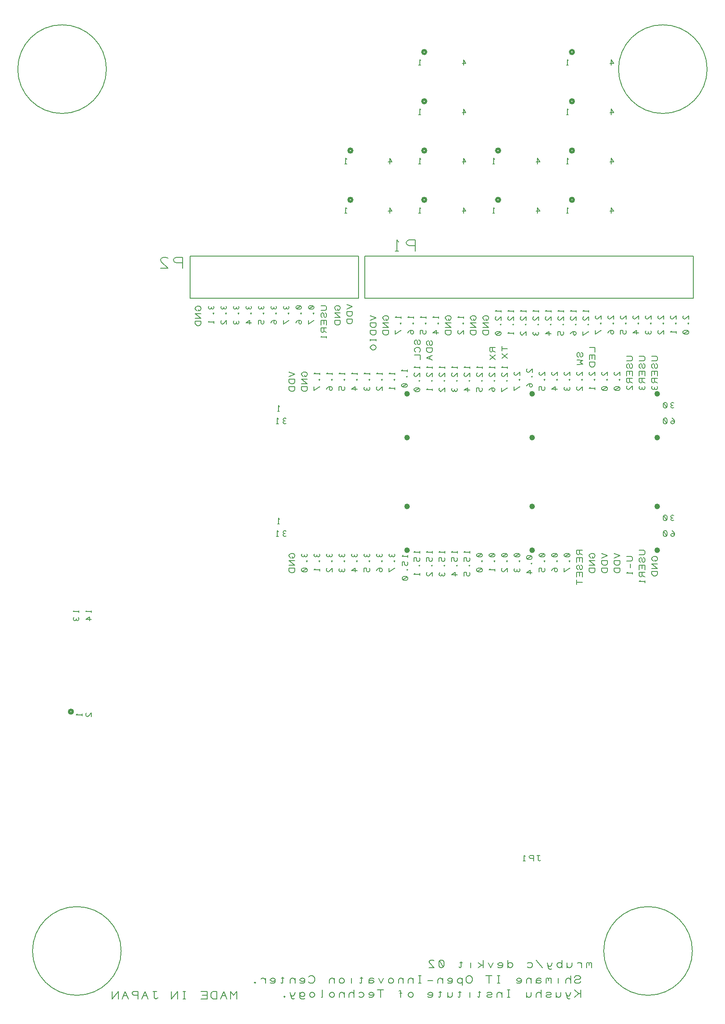
<source format=gbr>
%FSLAX33Y33*%
%MOMM*%
G04 EasyPC Gerber Version 17.0 Build 3379 *
%ADD79C,0.15000*%
%ADD88C,0.20000*%
%ADD89C,0.50000*%
%ADD78C,0.50800*%
X0Y0D02*
D02*
D78*
X12895Y63060D02*
G75*
G03Y62298J-381D01*
G01*
G75*
G03Y63060J381*
G01*
X70030Y166570D02*
G75*
G03X69268I-381D01*
G01*
G75*
G03X70030I381*
G01*
Y176570D02*
G75*
G03X69268I-381D01*
G01*
G75*
G03X70030I381*
G01*
X85030Y166570D02*
G75*
G03X84268I-381D01*
G01*
G75*
G03X85030I381*
G01*
Y176570D02*
G75*
G03X84268I-381D01*
G01*
G75*
G03X85030I381*
G01*
Y186570D02*
G75*
G03X84268I-381D01*
G01*
G75*
G03X85030I381*
G01*
Y196570D02*
G75*
G03X84268I-381D01*
G01*
G75*
G03X85030I381*
G01*
X100030Y166570D02*
G75*
G03X99268I-381D01*
G01*
G75*
G03X100030I381*
G01*
Y176570D02*
G75*
G03X99268I-381D01*
G01*
G75*
G03X100030I381*
G01*
X115030Y166570D02*
G75*
G03X114268I-381D01*
G01*
G75*
G03X115030I381*
G01*
Y176570D02*
G75*
G03X114268I-381D01*
G01*
G75*
G03X115030I381*
G01*
Y186570D02*
G75*
G03X114268I-381D01*
G01*
G75*
G03X115030I381*
G01*
Y196570D02*
G75*
G03X114268I-381D01*
G01*
G75*
G03X115030I381*
G01*
D02*
D79*
X14519Y83193D02*
Y82818D01*
Y83005D02*
X13394D01*
X13581Y83193*
X14425Y81786D02*
X14519Y81599D01*
Y81411*
X14425Y81224*
X14238Y81130*
X14050Y81224*
X13956Y81411*
Y81599*
Y81411D02*
X13863Y81224D01*
X13675Y81130*
X13488Y81224*
X13394Y81411*
Y81599*
X13488Y81786*
X15154Y62238D02*
Y61863D01*
Y62050D02*
X14029D01*
X14216Y62238*
X17059Y61675D02*
Y62425D01*
X16403Y61769*
X16215Y61675*
X16028Y61769*
X15934Y61956*
Y62238*
X16028Y62425*
X17059Y83193D02*
Y82818D01*
Y83005D02*
X15934D01*
X16121Y83193*
X17059Y81411D02*
X15934D01*
X16684Y81880*
Y81130*
X38815Y144319D02*
Y144038D01*
X38909*
X39096Y144131*
X39190Y144225*
X39284Y144413*
Y144600*
X39190Y144788*
X39096Y144881*
X38909Y144975*
X38534*
X38346Y144881*
X38253Y144788*
X38159Y144600*
Y144413*
X38253Y144225*
X38346Y144131*
X38534Y144038*
X39284Y143475D02*
X38159D01*
X39284Y142538*
X38159*
X39284Y141975D02*
X38159D01*
Y141413*
X38253Y141225*
X38346Y141131*
X38534Y141038*
X38909*
X39096Y141131*
X39190Y141225*
X39284Y141413*
Y141975*
X41865Y145006D02*
X41959Y144819D01*
Y144631*
X41865Y144444*
X41678Y144350*
X41490Y144444*
X41396Y144631*
Y144819*
Y144631D02*
X41303Y144444D01*
X41115Y144350*
X40928Y144444*
X40834Y144631*
Y144819*
X40928Y145006*
X41959Y143506D02*
X41865Y143413D01*
X41771Y143506*
X41865Y143600*
X41959Y143506*
Y141913D02*
Y141538D01*
Y141725D02*
X40834D01*
X41021Y141913*
X44405Y145006D02*
X44499Y144819D01*
Y144631*
X44405Y144444*
X44218Y144350*
X44030Y144444*
X43936Y144631*
Y144819*
Y144631D02*
X43843Y144444D01*
X43655Y144350*
X43468Y144444*
X43374Y144631*
Y144819*
X43468Y145006*
X44499Y143506D02*
X44405Y143413D01*
X44311Y143506*
X44405Y143600*
X44499Y143506*
Y141350D02*
Y142100D01*
X43843Y141444*
X43655Y141350*
X43468Y141444*
X43374Y141631*
Y141913*
X43468Y142100*
X46945Y145006D02*
X47039Y144819D01*
Y144631*
X46945Y144444*
X46758Y144350*
X46570Y144444*
X46476Y144631*
Y144819*
Y144631D02*
X46383Y144444D01*
X46195Y144350*
X46008Y144444*
X45914Y144631*
Y144819*
X46008Y145006*
X47039Y143506D02*
X46945Y143413D01*
X46851Y143506*
X46945Y143600*
X47039Y143506*
X46945Y142006D02*
X47039Y141819D01*
Y141631*
X46945Y141444*
X46758Y141350*
X46570Y141444*
X46476Y141631*
Y141819*
Y141631D02*
X46383Y141444D01*
X46195Y141350*
X46008Y141444*
X45914Y141631*
Y141819*
X46008Y142006*
X49485Y145006D02*
X49579Y144819D01*
Y144631*
X49485Y144444*
X49298Y144350*
X49110Y144444*
X49016Y144631*
Y144819*
Y144631D02*
X48923Y144444D01*
X48735Y144350*
X48548Y144444*
X48454Y144631*
Y144819*
X48548Y145006*
X49579Y143506D02*
X49485Y143413D01*
X49391Y143506*
X49485Y143600*
X49579Y143506*
Y141631D02*
X48454D01*
X49204Y142100*
Y141350*
X52025Y145006D02*
X52119Y144819D01*
Y144631*
X52025Y144444*
X51838Y144350*
X51650Y144444*
X51556Y144631*
Y144819*
Y144631D02*
X51463Y144444D01*
X51275Y144350*
X51088Y144444*
X50994Y144631*
Y144819*
X51088Y145006*
X52119Y143506D02*
X52025Y143413D01*
X51931Y143506*
X52025Y143600*
X52119Y143506*
X52025Y142100D02*
X52119Y141913D01*
Y141631*
X52025Y141444*
X51838Y141350*
X51744*
X51556Y141444*
X51463Y141631*
Y142100*
X50994*
Y141350*
X54565Y145006D02*
X54659Y144819D01*
Y144631*
X54565Y144444*
X54378Y144350*
X54190Y144444*
X54096Y144631*
Y144819*
Y144631D02*
X54003Y144444D01*
X53815Y144350*
X53628Y144444*
X53534Y144631*
Y144819*
X53628Y145006*
X54659Y143506D02*
X54565Y143413D01*
X54471Y143506*
X54565Y143600*
X54659Y143506*
X54378Y142100D02*
X54190Y142006D01*
X54096Y141819*
Y141631*
X54190Y141444*
X54378Y141350*
X54565Y141444*
X54659Y141631*
Y141819*
X54565Y142006*
X54378Y142100*
X54096*
X53815Y142006*
X53628Y141819*
X53534Y141631*
X55253Y100806D02*
X54878D01*
X55065D02*
Y101931D01*
X55253Y101744*
Y123666D02*
X54878D01*
X55065D02*
Y124791D01*
X55253Y124604*
X56616Y98360D02*
X56429Y98266D01*
X56241*
X56054Y98360*
X55960Y98548*
X56054Y98735*
X56241Y98829*
X56429*
X56241D02*
X56054Y98923D01*
X55960Y99110*
X56054Y99298*
X56241Y99391*
X56429*
X56616Y99298*
X55023Y98266D02*
X54648D01*
X54835D02*
Y99391D01*
X55023Y99204*
X56616Y121220D02*
X56429Y121126D01*
X56241*
X56054Y121220*
X55960Y121408*
X56054Y121595*
X56241Y121689*
X56429*
X56241D02*
X56054Y121783D01*
X55960Y121970*
X56054Y122158*
X56241Y122251*
X56429*
X56616Y122158*
X55023Y121126D02*
X54648D01*
X54835D02*
Y122251D01*
X55023Y122064*
X57105Y145006D02*
X57199Y144819D01*
Y144631*
X57105Y144444*
X56918Y144350*
X56730Y144444*
X56636Y144631*
Y144819*
Y144631D02*
X56543Y144444D01*
X56355Y144350*
X56168Y144444*
X56074Y144631*
Y144819*
X56168Y145006*
X57199Y143506D02*
X57105Y143413D01*
X57011Y143506*
X57105Y143600*
X57199Y143506*
Y142100D02*
X56074Y141350D01*
Y142100*
X57865Y94154D02*
Y93873D01*
X57959*
X58146Y93966*
X58240Y94060*
X58334Y94248*
Y94435*
X58240Y94623*
X58146Y94716*
X57959Y94810*
X57584*
X57396Y94716*
X57303Y94623*
X57209Y94435*
Y94248*
X57303Y94060*
X57396Y93966*
X57584Y93873*
X58334Y93310D02*
X57209D01*
X58334Y92373*
X57209*
X58334Y91810D02*
X57209D01*
Y91248*
X57303Y91060*
X57396Y90966*
X57584Y90873*
X57959*
X58146Y90966*
X58240Y91060*
X58334Y91248*
Y91810*
X57209Y131640D02*
X58334Y131171D01*
X57209Y130702*
X58334Y130140D02*
X57209D01*
Y129577*
X57303Y129390*
X57396Y129296*
X57584Y129202*
X57959*
X58146Y129296*
X58240Y129390*
X58334Y129577*
Y130140*
Y128640D02*
X57209D01*
Y128077*
X57303Y127890*
X57396Y127796*
X57584Y127703*
X57959*
X58146Y127796*
X58240Y127890*
X58334Y128077*
Y128640*
X59645Y145006D02*
X59739Y144819D01*
Y144631*
X59645Y144444*
X59458Y144350*
X58895*
X58708Y144444*
X58614Y144631*
Y144819*
X58708Y145006*
X58895Y145100*
X59458*
X59645Y145006*
X58708Y144444*
X59739Y143506D02*
X59645Y143413D01*
X59551Y143506*
X59645Y143600*
X59739Y143506*
X59458Y142100D02*
X59270Y142006D01*
X59176Y141819*
Y141631*
X59270Y141444*
X59458Y141350*
X59645Y141444*
X59739Y141631*
Y141819*
X59645Y142006*
X59458Y142100*
X59176*
X58895Y142006*
X58708Y141819*
X58614Y141631*
X60780Y94716D02*
X60874Y94529D01*
Y94341*
X60780Y94154*
X60593Y94060*
X60405Y94154*
X60311Y94341*
Y94529*
Y94341D02*
X60218Y94154D01*
X60030Y94060*
X59843Y94154*
X59749Y94341*
Y94529*
X59843Y94716*
X60874Y93216D02*
X60780Y93123D01*
X60686Y93216*
X60780Y93310*
X60874Y93216*
X60780Y91716D02*
X60874Y91529D01*
Y91341*
X60780Y91154*
X60593Y91060*
X60030*
X59843Y91154*
X59749Y91341*
Y91529*
X59843Y91716*
X60030Y91810*
X60593*
X60780Y91716*
X59843Y91154*
X60405Y130984D02*
Y130702D01*
X60499*
X60686Y130796*
X60780Y130890*
X60874Y131077*
Y131265*
X60780Y131452*
X60686Y131546*
X60499Y131640*
X60124*
X59936Y131546*
X59843Y131452*
X59749Y131265*
Y131077*
X59843Y130890*
X59936Y130796*
X60124Y130702*
X60874Y130140D02*
X59749D01*
X60874Y129202*
X59749*
X60874Y128640D02*
X59749D01*
Y128077*
X59843Y127890*
X59936Y127796*
X60124Y127703*
X60499*
X60686Y127796*
X60780Y127890*
X60874Y128077*
Y128640*
X62185Y145006D02*
X62279Y144819D01*
Y144631*
X62185Y144444*
X61998Y144350*
X61435*
X61248Y144444*
X61154Y144631*
Y144819*
X61248Y145006*
X61435Y145100*
X61998*
X62185Y145006*
X61248Y144444*
X62279Y143506D02*
X62185Y143413D01*
X62091Y143506*
X62185Y143600*
X62279Y143506*
Y142100D02*
X61154Y141350D01*
Y142100*
X63320Y94716D02*
X63414Y94529D01*
Y94341*
X63320Y94154*
X63133Y94060*
X62945Y94154*
X62851Y94341*
Y94529*
Y94341D02*
X62758Y94154D01*
X62570Y94060*
X62383Y94154*
X62289Y94341*
Y94529*
X62383Y94716*
X63414Y93216D02*
X63320Y93123D01*
X63226Y93216*
X63320Y93310*
X63414Y93216*
Y91623D02*
Y91248D01*
Y91435D02*
X62289D01*
X62476Y91623*
X63414Y131452D02*
Y131077D01*
Y131265D02*
X62289D01*
X62476Y131452*
X63414Y130046D02*
X63320Y129952D01*
X63226Y130046*
X63320Y130140*
X63414Y130046*
Y128640D02*
X62289Y127890D01*
Y128640*
X63694Y145100D02*
X64538D01*
X64725Y145006*
X64819Y144819*
Y144444*
X64725Y144256*
X64538Y144163*
X63694*
X64538Y143600D02*
X64725Y143506D01*
X64819Y143319*
Y142944*
X64725Y142756*
X64538Y142663*
X64350Y142756*
X64256Y142944*
Y143319*
X64163Y143506*
X63975Y143600*
X63788Y143506*
X63694Y143319*
Y142944*
X63788Y142756*
X63975Y142663*
X64819Y142100D02*
X63694D01*
Y141163*
X64256Y141350D02*
Y142100D01*
X64819D02*
Y141163D01*
Y140600D02*
X63694D01*
Y139944*
X63788Y139756*
X63975Y139663*
X64163Y139756*
X64256Y139944*
Y140600*
Y139944D02*
X64819Y139663D01*
Y138913D02*
Y138538D01*
Y138725D02*
X63694D01*
X63881Y138913*
X65860Y94716D02*
X65954Y94529D01*
Y94341*
X65860Y94154*
X65673Y94060*
X65485Y94154*
X65391Y94341*
Y94529*
Y94341D02*
X65298Y94154D01*
X65110Y94060*
X64923Y94154*
X64829Y94341*
Y94529*
X64923Y94716*
X65954Y93216D02*
X65860Y93123D01*
X65766Y93216*
X65860Y93310*
X65954Y93216*
Y91060D02*
Y91810D01*
X65298Y91154*
X65110Y91060*
X64923Y91154*
X64829Y91341*
Y91623*
X64923Y91810*
X65954Y131452D02*
Y131077D01*
Y131265D02*
X64829D01*
X65016Y131452*
X65954Y130046D02*
X65860Y129952D01*
X65766Y130046*
X65860Y130140*
X65954Y130046*
X65673Y128640D02*
X65485Y128546D01*
X65391Y128359*
Y128171*
X65485Y127984*
X65673Y127890*
X65860Y127984*
X65954Y128171*
Y128359*
X65860Y128546*
X65673Y128640*
X65391*
X65110Y128546*
X64923Y128359*
X64829Y128171*
X67100Y144444D02*
Y144163D01*
X67194*
X67381Y144256*
X67475Y144350*
X67569Y144538*
Y144725*
X67475Y144913*
X67381Y145006*
X67194Y145100*
X66819*
X66631Y145006*
X66538Y144913*
X66444Y144725*
Y144538*
X66538Y144350*
X66631Y144256*
X66819Y144163*
X67569Y143600D02*
X66444D01*
X67569Y142663*
X66444*
X67569Y142100D02*
X66444D01*
Y141538*
X66538Y141350*
X66631Y141256*
X66819Y141163*
X67194*
X67381Y141256*
X67475Y141350*
X67569Y141538*
Y142100*
X68400Y94716D02*
X68494Y94529D01*
Y94341*
X68400Y94154*
X68213Y94060*
X68025Y94154*
X67931Y94341*
Y94529*
Y94341D02*
X67838Y94154D01*
X67650Y94060*
X67463Y94154*
X67369Y94341*
Y94529*
X67463Y94716*
X68494Y93216D02*
X68400Y93123D01*
X68306Y93216*
X68400Y93310*
X68494Y93216*
X68400Y91716D02*
X68494Y91529D01*
Y91341*
X68400Y91154*
X68213Y91060*
X68025Y91154*
X67931Y91341*
Y91529*
Y91341D02*
X67838Y91154D01*
X67650Y91060*
X67463Y91154*
X67369Y91341*
Y91529*
X67463Y91716*
X68494Y131452D02*
Y131077D01*
Y131265D02*
X67369D01*
X67556Y131452*
X68494Y130046D02*
X68400Y129952D01*
X68306Y130046*
X68400Y130140*
X68494Y130046*
X68400Y128640D02*
X68494Y128452D01*
Y128171*
X68400Y127984*
X68213Y127890*
X68119*
X67931Y127984*
X67838Y128171*
Y128640*
X67369*
Y127890*
X68913Y163881D02*
X68538D01*
X68725D02*
Y165006D01*
X68913Y164819*
Y173881D02*
X68538D01*
X68725D02*
Y175006D01*
X68913Y174819*
X68944Y145350D02*
X70069Y144881D01*
X68944Y144413*
X70069Y143850D02*
X68944D01*
Y143288*
X69038Y143100*
X69131Y143006*
X69319Y142913*
X69694*
X69881Y143006*
X69975Y143100*
X70069Y143288*
Y143850*
Y142350D02*
X68944D01*
Y141788*
X69038Y141600*
X69131Y141506*
X69319Y141413*
X69694*
X69881Y141506*
X69975Y141600*
X70069Y141788*
Y142350*
X70940Y94716D02*
X71034Y94529D01*
Y94341*
X70940Y94154*
X70753Y94060*
X70565Y94154*
X70471Y94341*
Y94529*
Y94341D02*
X70378Y94154D01*
X70190Y94060*
X70003Y94154*
X69909Y94341*
Y94529*
X70003Y94716*
X71034Y93216D02*
X70940Y93123D01*
X70846Y93216*
X70940Y93310*
X71034Y93216*
Y91341D02*
X69909D01*
X70659Y91810*
Y91060*
X71034Y131452D02*
Y131077D01*
Y131265D02*
X69909D01*
X70096Y131452*
X71034Y130046D02*
X70940Y129952D01*
X70846Y130046*
X70940Y130140*
X71034Y130046*
Y128171D02*
X69909D01*
X70659Y128640*
Y127890*
X73480Y94716D02*
X73574Y94529D01*
Y94341*
X73480Y94154*
X73293Y94060*
X73105Y94154*
X73011Y94341*
Y94529*
Y94341D02*
X72918Y94154D01*
X72730Y94060*
X72543Y94154*
X72449Y94341*
Y94529*
X72543Y94716*
X73574Y93216D02*
X73480Y93123D01*
X73386Y93216*
X73480Y93310*
X73574Y93216*
X73480Y91810D02*
X73574Y91623D01*
Y91341*
X73480Y91154*
X73293Y91060*
X73199*
X73011Y91154*
X72918Y91341*
Y91810*
X72449*
Y91060*
X73574Y131452D02*
Y131077D01*
Y131265D02*
X72449D01*
X72636Y131452*
X73574Y130046D02*
X73480Y129952D01*
X73386Y130046*
X73480Y130140*
X73574Y130046*
X73480Y128546D02*
X73574Y128359D01*
Y128171*
X73480Y127984*
X73293Y127890*
X73105Y127984*
X73011Y128171*
Y128359*
Y128171D02*
X72918Y127984D01*
X72730Y127890*
X72543Y127984*
X72449Y128171*
Y128359*
X72543Y128546*
X73719Y143070D02*
X74844Y142601D01*
X73719Y142132*
X74844Y141570D02*
X73719D01*
Y141007*
X73813Y140820*
X73906Y140726*
X74094Y140632*
X74469*
X74656Y140726*
X74750Y140820*
X74844Y141007*
Y141570*
Y140070D02*
X73719D01*
Y139507*
X73813Y139320*
X73906Y139226*
X74094Y139132*
X74469*
X74656Y139226*
X74750Y139320*
X74844Y139507*
Y140070*
Y138289D02*
Y137914D01*
Y138101D02*
X73719D01*
Y138289D02*
Y137914D01*
X74469Y137070D02*
X74094D01*
X73906Y136976*
X73813Y136882*
X73719Y136695*
Y136507*
X73813Y136320*
X73906Y136226*
X74094Y136132*
X74469*
X74656Y136226*
X74750Y136320*
X74844Y136507*
Y136695*
X74750Y136882*
X74656Y136976*
X74469Y137070*
X76020Y94716D02*
X76114Y94529D01*
Y94341*
X76020Y94154*
X75832Y94060*
X75645Y94154*
X75551Y94341*
Y94529*
Y94341D02*
X75457Y94154D01*
X75270Y94060*
X75082Y94154*
X74989Y94341*
Y94529*
X75082Y94716*
X76114Y93216D02*
X76020Y93123D01*
X75926Y93216*
X76020Y93310*
X76114Y93216*
X75832Y91810D02*
X75645Y91716D01*
X75551Y91529*
Y91341*
X75645Y91154*
X75832Y91060*
X76020Y91154*
X76114Y91341*
Y91529*
X76020Y91716*
X75832Y91810*
X75551*
X75270Y91716*
X75082Y91529*
X74989Y91341*
X76114Y131452D02*
Y131077D01*
Y131265D02*
X74989D01*
X75176Y131452*
X76114Y130046D02*
X76020Y129952D01*
X75926Y130046*
X76020Y130140*
X76114Y130046*
Y127890D02*
Y128640D01*
X75457Y127984*
X75270Y127890*
X75082Y127984*
X74989Y128171*
Y128452*
X75082Y128640*
X76915Y142414D02*
Y142132D01*
X77009*
X77196Y142226*
X77290Y142320*
X77384Y142507*
Y142695*
X77290Y142882*
X77196Y142976*
X77009Y143070*
X76634*
X76446Y142976*
X76353Y142882*
X76259Y142695*
Y142507*
X76353Y142320*
X76446Y142226*
X76634Y142132*
X77384Y141570D02*
X76259D01*
X77384Y140632*
X76259*
X77384Y140070D02*
X76259D01*
Y139507*
X76353Y139320*
X76446Y139226*
X76634Y139132*
X77009*
X77196Y139226*
X77290Y139320*
X77384Y139507*
Y140070*
X77631Y163881D02*
Y165006D01*
X78100Y164256*
X77350*
X77631Y173881D02*
Y175006D01*
X78100Y174256*
X77350*
X78560Y94716D02*
X78654Y94529D01*
Y94341*
X78560Y94154*
X78373Y94060*
X78185Y94154*
X78091Y94341*
Y94529*
Y94341D02*
X77998Y94154D01*
X77810Y94060*
X77623Y94154*
X77529Y94341*
Y94529*
X77623Y94716*
X78654Y93216D02*
X78560Y93123D01*
X78466Y93216*
X78560Y93310*
X78654Y93216*
Y91810D02*
X77529Y91060D01*
Y91810*
X78654Y131452D02*
Y131077D01*
Y131265D02*
X77529D01*
X77716Y131452*
X78654Y130046D02*
X78560Y129952D01*
X78466Y130046*
X78560Y130140*
X78654Y130046*
Y128452D02*
Y128077D01*
Y128265D02*
X77529D01*
X77716Y128452*
X79924Y142882D02*
Y142507D01*
Y142695D02*
X78799D01*
X78986Y142882*
X79924Y141476D02*
X79830Y141382D01*
X79736Y141476*
X79830Y141570*
X79924Y141476*
Y140070D02*
X78799Y139320D01*
Y140070*
X81194Y132088D02*
Y131713D01*
Y131900D02*
X80069D01*
X80256Y132088*
X81194Y130681D02*
X81100Y130588D01*
X81006Y130681*
X81100Y130775*
X81194Y130681*
X81100Y129181D02*
X81194Y128994D01*
Y128806*
X81100Y128619*
X80913Y128525*
X80350*
X80163Y128619*
X80069Y128806*
Y128994*
X80163Y129181*
X80350Y129275*
X80913*
X81100Y129181*
X80163Y128619*
X81319Y94413D02*
Y94038D01*
Y94225D02*
X80194D01*
X80381Y94413*
X81225Y93100D02*
X81319Y92913D01*
Y92631*
X81225Y92444*
X81038Y92350*
X80944*
X80756Y92444*
X80663Y92631*
Y93100*
X80194*
Y92350*
X81319Y91506D02*
X81225Y91413D01*
X81131Y91506*
X81225Y91600*
X81319Y91506*
X81225Y90006D02*
X81319Y89819D01*
Y89631*
X81225Y89444*
X81038Y89350*
X80475*
X80288Y89444*
X80194Y89631*
Y89819*
X80288Y90006*
X80475Y90100*
X81038*
X81225Y90006*
X80288Y89444*
X82464Y142882D02*
Y142507D01*
Y142695D02*
X81339D01*
X81526Y142882*
X82464Y141476D02*
X82370Y141382D01*
X82276Y141476*
X82370Y141570*
X82464Y141476*
X82183Y140070D02*
X81995Y139976D01*
X81901Y139789*
Y139601*
X81995Y139414*
X82183Y139320*
X82370Y139414*
X82464Y139601*
Y139789*
X82370Y139976*
X82183Y140070*
X81901*
X81620Y139976*
X81433Y139789*
X81339Y139601*
X83734Y95258D02*
Y94883D01*
Y95070D02*
X82609D01*
X82796Y95258*
X83640Y93945D02*
X83734Y93758D01*
Y93476*
X83640Y93289*
X83453Y93195*
X83359*
X83171Y93289*
X83078Y93476*
Y93945*
X82609*
Y93195*
X83734Y92351D02*
X83640Y92258D01*
X83546Y92351*
X83640Y92445*
X83734Y92351*
Y90758D02*
Y90383D01*
Y90570D02*
X82609D01*
X82796Y90758*
X83734Y132723D02*
Y132348D01*
Y132535D02*
X82609D01*
X82796Y132723*
X83734Y130660D02*
Y131410D01*
X83078Y130754*
X82890Y130660*
X82703Y130754*
X82609Y130941*
Y131223*
X82703Y131410*
X83734Y129816D02*
X83640Y129723D01*
X83546Y129816*
X83640Y129910*
X83734Y129816*
X83640Y128316D02*
X83734Y128129D01*
Y127941*
X83640Y127754*
X83453Y127660*
X82890*
X82703Y127754*
X82609Y127941*
Y128129*
X82703Y128316*
X82890Y128410*
X83453*
X83640Y128316*
X82703Y127754*
X83538Y138100D02*
X83725Y138006D01*
X83819Y137819*
Y137444*
X83725Y137256*
X83538Y137163*
X83350Y137256*
X83256Y137444*
Y137819*
X83163Y138006*
X82975Y138100*
X82788Y138006*
X82694Y137819*
Y137444*
X82788Y137256*
X82975Y137163*
X83631Y135663D02*
X83725Y135756D01*
X83819Y135944*
Y136225*
X83725Y136413*
X83631Y136506*
X83444Y136600*
X83069*
X82881Y136506*
X82788Y136413*
X82694Y136225*
Y135944*
X82788Y135756*
X82881Y135663*
X82694Y135100D02*
X83819D01*
Y134163*
X83913Y163881D02*
X83538D01*
X83725D02*
Y165006D01*
X83913Y164819*
Y173881D02*
X83538D01*
X83725D02*
Y175006D01*
X83913Y174819*
Y183881D02*
X83538D01*
X83725D02*
Y185006D01*
X83913Y184819*
Y193881D02*
X83538D01*
X83725D02*
Y195006D01*
X83913Y194819*
X85004Y142882D02*
Y142507D01*
Y142695D02*
X83879D01*
X84066Y142882*
X85004Y141476D02*
X84910Y141382D01*
X84816Y141476*
X84910Y141570*
X85004Y141476*
X84910Y140070D02*
X85004Y139882D01*
Y139601*
X84910Y139414*
X84723Y139320*
X84629*
X84441Y139414*
X84348Y139601*
Y140070*
X83879*
Y139320*
X86274Y95258D02*
Y94883D01*
Y95070D02*
X85149D01*
X85336Y95258*
X86180Y93945D02*
X86274Y93758D01*
Y93476*
X86180Y93289*
X85993Y93195*
X85899*
X85711Y93289*
X85618Y93476*
Y93945*
X85149*
Y93195*
X86274Y92351D02*
X86180Y92258D01*
X86086Y92351*
X86180Y92445*
X86274Y92351*
Y90195D02*
Y90945D01*
X85618Y90289*
X85430Y90195*
X85243Y90289*
X85149Y90476*
Y90758*
X85243Y90945*
X86274Y132723D02*
Y132348D01*
Y132535D02*
X85149D01*
X85336Y132723*
X86274Y130660D02*
Y131410D01*
X85618Y130754*
X85430Y130660*
X85243Y130754*
X85149Y130941*
Y131223*
X85243Y131410*
X86274Y129816D02*
X86180Y129723D01*
X86086Y129816*
X86180Y129910*
X86274Y129816*
Y128223D02*
Y127848D01*
Y128035D02*
X85149D01*
X85336Y128223*
X85993Y137990D02*
X86180Y137896D01*
X86274Y137709*
Y137334*
X86180Y137146*
X85993Y137053*
X85805Y137146*
X85711Y137334*
Y137709*
X85618Y137896*
X85430Y137990*
X85243Y137896*
X85149Y137709*
Y137334*
X85243Y137146*
X85430Y137053*
X86274Y136490D02*
X85149D01*
Y135928*
X85243Y135740*
X85336Y135646*
X85524Y135553*
X85899*
X86086Y135646*
X86180Y135740*
X86274Y135928*
Y136490*
Y134990D02*
X85149Y134521D01*
X86274Y134053*
X85805Y134803D02*
Y134240D01*
X87544Y142882D02*
Y142507D01*
Y142695D02*
X86419D01*
X86606Y142882*
X87544Y141476D02*
X87450Y141382D01*
X87356Y141476*
X87450Y141570*
X87544Y141476*
Y139601D02*
X86419D01*
X87169Y140070*
Y139320*
X88814Y95258D02*
Y94883D01*
Y95070D02*
X87689D01*
X87876Y95258*
X88720Y93945D02*
X88814Y93758D01*
Y93476*
X88720Y93289*
X88533Y93195*
X88439*
X88251Y93289*
X88158Y93476*
Y93945*
X87689*
Y93195*
X88814Y92351D02*
X88720Y92258D01*
X88626Y92351*
X88720Y92445*
X88814Y92351*
X88720Y90851D02*
X88814Y90664D01*
Y90476*
X88720Y90289*
X88533Y90195*
X88345Y90289*
X88251Y90476*
Y90664*
Y90476D02*
X88158Y90289D01*
X87970Y90195*
X87783Y90289*
X87689Y90476*
Y90664*
X87783Y90851*
X88814Y132723D02*
Y132348D01*
Y132535D02*
X87689D01*
X87876Y132723*
X88814Y130660D02*
Y131410D01*
X88158Y130754*
X87970Y130660*
X87783Y130754*
X87689Y130941*
Y131223*
X87783Y131410*
X88814Y129816D02*
X88720Y129723D01*
X88626Y129816*
X88720Y129910*
X88814Y129816*
Y127660D02*
Y128410D01*
X88158Y127754*
X87970Y127660*
X87783Y127754*
X87689Y127941*
Y128223*
X87783Y128410*
X89615Y142414D02*
Y142132D01*
X89709*
X89896Y142226*
X89990Y142320*
X90084Y142507*
Y142695*
X89990Y142882*
X89896Y142976*
X89709Y143070*
X89334*
X89146Y142976*
X89053Y142882*
X88959Y142695*
Y142507*
X89053Y142320*
X89146Y142226*
X89334Y142132*
X90084Y141570D02*
X88959D01*
X90084Y140632*
X88959*
X90084Y140070D02*
X88959D01*
Y139507*
X89053Y139320*
X89146Y139226*
X89334Y139132*
X89709*
X89896Y139226*
X89990Y139320*
X90084Y139507*
Y140070*
X91354Y95258D02*
Y94883D01*
Y95070D02*
X90229D01*
X90416Y95258*
X91260Y93945D02*
X91354Y93758D01*
Y93476*
X91260Y93289*
X91073Y93195*
X90979*
X90791Y93289*
X90698Y93476*
Y93945*
X90229*
Y93195*
X91354Y92351D02*
X91260Y92258D01*
X91166Y92351*
X91260Y92445*
X91354Y92351*
Y90476D02*
X90229D01*
X90979Y90945*
Y90195*
X91354Y132723D02*
Y132348D01*
Y132535D02*
X90229D01*
X90416Y132723*
X91354Y130660D02*
Y131410D01*
X90698Y130754*
X90510Y130660*
X90323Y130754*
X90229Y130941*
Y131223*
X90323Y131410*
X91354Y129816D02*
X91260Y129723D01*
X91166Y129816*
X91260Y129910*
X91354Y129816*
X91260Y128316D02*
X91354Y128129D01*
Y127941*
X91260Y127754*
X91073Y127660*
X90885Y127754*
X90791Y127941*
Y128129*
Y127941D02*
X90698Y127754D01*
X90510Y127660*
X90323Y127754*
X90229Y127941*
Y128129*
X90323Y128316*
X92624Y142882D02*
Y142507D01*
Y142695D02*
X91499D01*
X91686Y142882*
X92624Y141476D02*
X92530Y141382D01*
X92436Y141476*
X92530Y141570*
X92624Y141476*
Y139320D02*
Y140070D01*
X91968Y139414*
X91780Y139320*
X91593Y139414*
X91499Y139601*
Y139882*
X91593Y140070*
X92631Y163881D02*
Y165006D01*
X93100Y164256*
X92350*
X92631Y173881D02*
Y175006D01*
X93100Y174256*
X92350*
X92631Y183881D02*
Y185006D01*
X93100Y184256*
X92350*
X92631Y193881D02*
Y195006D01*
X93100Y194256*
X92350*
X93894Y95258D02*
Y94883D01*
Y95070D02*
X92769D01*
X92956Y95258*
X93800Y93945D02*
X93894Y93758D01*
Y93476*
X93800Y93289*
X93613Y93195*
X93519*
X93331Y93289*
X93238Y93476*
Y93945*
X92769*
Y93195*
X93894Y92351D02*
X93800Y92258D01*
X93706Y92351*
X93800Y92445*
X93894Y92351*
X93800Y90945D02*
X93894Y90758D01*
Y90476*
X93800Y90289*
X93613Y90195*
X93519*
X93331Y90289*
X93238Y90476*
Y90945*
X92769*
Y90195*
X93894Y132723D02*
Y132348D01*
Y132535D02*
X92769D01*
X92956Y132723*
X93894Y130660D02*
Y131410D01*
X93238Y130754*
X93050Y130660*
X92863Y130754*
X92769Y130941*
Y131223*
X92863Y131410*
X93894Y129816D02*
X93800Y129723D01*
X93706Y129816*
X93800Y129910*
X93894Y129816*
Y127941D02*
X92769D01*
X93519Y128410*
Y127660*
X94695Y142414D02*
Y142132D01*
X94789*
X94976Y142226*
X95070Y142320*
X95164Y142507*
Y142695*
X95070Y142882*
X94976Y142976*
X94789Y143070*
X94414*
X94226Y142976*
X94133Y142882*
X94039Y142695*
Y142507*
X94133Y142320*
X94226Y142226*
X94414Y142132*
X95164Y141570D02*
X94039D01*
X95164Y140632*
X94039*
X95164Y140070D02*
X94039D01*
Y139507*
X94133Y139320*
X94226Y139226*
X94414Y139132*
X94789*
X94976Y139226*
X95070Y139320*
X95164Y139507*
Y140070*
X96340Y94716D02*
X96434Y94529D01*
Y94341*
X96340Y94154*
X96153Y94060*
X95590*
X95403Y94154*
X95309Y94341*
Y94529*
X95403Y94716*
X95590Y94810*
X96153*
X96340Y94716*
X95403Y94154*
X96434Y93216D02*
X96340Y93123D01*
X96246Y93216*
X96340Y93310*
X96434Y93216*
X96340Y91716D02*
X96434Y91529D01*
Y91341*
X96340Y91154*
X96153Y91060*
X95590*
X95403Y91154*
X95309Y91341*
Y91529*
X95403Y91716*
X95590Y91810*
X96153*
X96340Y91716*
X95403Y91154*
X96434Y132723D02*
Y132348D01*
Y132535D02*
X95309D01*
X95496Y132723*
X96434Y130660D02*
Y131410D01*
X95778Y130754*
X95590Y130660*
X95403Y130754*
X95309Y130941*
Y131223*
X95403Y131410*
X96434Y129816D02*
X96340Y129723D01*
X96246Y129816*
X96340Y129910*
X96434Y129816*
X96340Y128410D02*
X96434Y128223D01*
Y127941*
X96340Y127754*
X96153Y127660*
X96059*
X95871Y127754*
X95778Y127941*
Y128410*
X95309*
Y127660*
X97235Y142414D02*
Y142132D01*
X97329*
X97516Y142226*
X97610Y142320*
X97704Y142507*
Y142695*
X97610Y142882*
X97516Y142976*
X97329Y143070*
X96954*
X96766Y142976*
X96673Y142882*
X96579Y142695*
Y142507*
X96673Y142320*
X96766Y142226*
X96954Y142132*
X97704Y141570D02*
X96579D01*
X97704Y140632*
X96579*
X97704Y140070D02*
X96579D01*
Y139507*
X96673Y139320*
X96766Y139226*
X96954Y139132*
X97329*
X97516Y139226*
X97610Y139320*
X97704Y139507*
Y140070*
X98913Y163881D02*
X98538D01*
X98725D02*
Y165006D01*
X98913Y164819*
Y173881D02*
X98538D01*
X98725D02*
Y175006D01*
X98913Y174819*
X98880Y94716D02*
X98974Y94529D01*
Y94341*
X98880Y94154*
X98693Y94060*
X98130*
X97943Y94154*
X97849Y94341*
Y94529*
X97943Y94716*
X98130Y94810*
X98693*
X98880Y94716*
X97943Y94154*
X98974Y93216D02*
X98880Y93123D01*
X98786Y93216*
X98880Y93310*
X98974Y93216*
Y91623D02*
Y91248D01*
Y91435D02*
X97849D01*
X98036Y91623*
X98974Y132723D02*
Y132348D01*
Y132535D02*
X97849D01*
X98036Y132723*
X98974Y130660D02*
Y131410D01*
X98318Y130754*
X98130Y130660*
X97943Y130754*
X97849Y130941*
Y131223*
X97943Y131410*
X98974Y129816D02*
X98880Y129723D01*
X98786Y129816*
X98880Y129910*
X98974Y129816*
X98693Y128410D02*
X98505Y128316D01*
X98411Y128129*
Y127941*
X98505Y127754*
X98693Y127660*
X98880Y127754*
X98974Y127941*
Y128129*
X98880Y128316*
X98693Y128410*
X98411*
X98130Y128316*
X97943Y128129*
X97849Y127941*
X99069Y136600D02*
X97944D01*
Y135944*
X98038Y135756*
X98225Y135663*
X98413Y135756*
X98506Y135944*
Y136600*
Y135944D02*
X99069Y135663D01*
Y135100D02*
X97944Y134163D01*
Y135100D02*
X99069Y134163D01*
X100244Y144153D02*
Y143778D01*
Y143965D02*
X99119D01*
X99306Y144153*
X100244Y142090D02*
Y142840D01*
X99588Y142184*
X99400Y142090*
X99213Y142184*
X99119Y142371*
Y142653*
X99213Y142840*
X100244Y141246D02*
X100150Y141153D01*
X100056Y141246*
X100150Y141340*
X100244Y141246*
X100150Y139746D02*
X100244Y139559D01*
Y139371*
X100150Y139184*
X99963Y139090*
X99400*
X99213Y139184*
X99119Y139371*
Y139559*
X99213Y139746*
X99400Y139840*
X99963*
X100150Y139746*
X99213Y139184*
X101420Y94716D02*
X101514Y94529D01*
Y94341*
X101420Y94154*
X101233Y94060*
X100670*
X100483Y94154*
X100389Y94341*
Y94529*
X100483Y94716*
X100670Y94810*
X101233*
X101420Y94716*
X100483Y94154*
X101514Y93216D02*
X101420Y93123D01*
X101326Y93216*
X101420Y93310*
X101514Y93216*
Y91060D02*
Y91810D01*
X100858Y91154*
X100670Y91060*
X100483Y91154*
X100389Y91341*
Y91623*
X100483Y91810*
X101514Y132723D02*
Y132348D01*
Y132535D02*
X100389D01*
X100576Y132723*
X101514Y130660D02*
Y131410D01*
X100858Y130754*
X100670Y130660*
X100483Y130754*
X100389Y130941*
Y131223*
X100483Y131410*
X101514Y129816D02*
X101420Y129723D01*
X101326Y129816*
X101420Y129910*
X101514Y129816*
Y128410D02*
X100389Y127660D01*
Y128410*
X101569Y136381D02*
X100444D01*
Y136850D02*
Y135913D01*
X101569Y135350D02*
X100444Y134413D01*
Y135350D02*
X101569Y134413D01*
X102784Y144153D02*
Y143778D01*
Y143965D02*
X101659D01*
X101846Y144153*
X102784Y142090D02*
Y142840D01*
X102128Y142184*
X101940Y142090*
X101753Y142184*
X101659Y142371*
Y142653*
X101753Y142840*
X102784Y141246D02*
X102690Y141153D01*
X102596Y141246*
X102690Y141340*
X102784Y141246*
Y139653D02*
Y139278D01*
Y139465D02*
X101659D01*
X101846Y139653*
X103960Y94716D02*
X104054Y94529D01*
Y94341*
X103960Y94154*
X103773Y94060*
X103210*
X103023Y94154*
X102929Y94341*
Y94529*
X103023Y94716*
X103210Y94810*
X103773*
X103960Y94716*
X103023Y94154*
X104054Y93216D02*
X103960Y93123D01*
X103866Y93216*
X103960Y93310*
X104054Y93216*
X103960Y91716D02*
X104054Y91529D01*
Y91341*
X103960Y91154*
X103773Y91060*
X103585Y91154*
X103491Y91341*
Y91529*
Y91341D02*
X103398Y91154D01*
X103210Y91060*
X103023Y91154*
X102929Y91341*
Y91529*
X103023Y91716*
X104054Y130890D02*
Y131640D01*
X103398Y130984*
X103210Y130890*
X103023Y130984*
X102929Y131171*
Y131452*
X103023Y131640*
X104054Y130046D02*
X103960Y129952D01*
X103866Y130046*
X103960Y130140*
X104054Y130046*
Y128640D02*
X102929Y127890D01*
Y128640*
X105324Y144153D02*
Y143778D01*
Y143965D02*
X104199D01*
X104386Y144153*
X105324Y142090D02*
Y142840D01*
X104668Y142184*
X104480Y142090*
X104293Y142184*
X104199Y142371*
Y142653*
X104293Y142840*
X105324Y141246D02*
X105230Y141153D01*
X105136Y141246*
X105230Y141340*
X105324Y141246*
Y139090D02*
Y139840D01*
X104668Y139184*
X104480Y139090*
X104293Y139184*
X104199Y139371*
Y139653*
X104293Y139840*
X106475Y94256D02*
X106569Y94069D01*
Y93881*
X106475Y93694*
X106288Y93600*
X105725*
X105538Y93694*
X105444Y93881*
Y94069*
X105538Y94256*
X105725Y94350*
X106288*
X106475Y94256*
X105538Y93694*
X106569Y92756D02*
X106475Y92663D01*
X106381Y92756*
X106475Y92850*
X106569Y92756*
Y90881D02*
X105444D01*
X106194Y91350*
Y90600*
X106594Y131525D02*
Y132275D01*
X105938Y131619*
X105750Y131525*
X105563Y131619*
X105469Y131806*
Y132088*
X105563Y132275*
X106594Y130681D02*
X106500Y130588D01*
X106406Y130681*
X106500Y130775*
X106594Y130681*
X106313Y129275D02*
X106125Y129181D01*
X106031Y128994*
Y128806*
X106125Y128619*
X106313Y128525*
X106500Y128619*
X106594Y128806*
Y128994*
X106500Y129181*
X106313Y129275*
X106031*
X105750Y129181*
X105563Y128994*
X105469Y128806*
X107631Y163881D02*
Y165006D01*
X108100Y164256*
X107350*
X107631Y173881D02*
Y175006D01*
X108100Y174256*
X107350*
X107864Y144153D02*
Y143778D01*
Y143965D02*
X106739D01*
X106926Y144153*
X107864Y142090D02*
Y142840D01*
X107208Y142184*
X107020Y142090*
X106833Y142184*
X106739Y142371*
Y142653*
X106833Y142840*
X107864Y141246D02*
X107770Y141153D01*
X107676Y141246*
X107770Y141340*
X107864Y141246*
X107770Y139746D02*
X107864Y139559D01*
Y139371*
X107770Y139184*
X107583Y139090*
X107395Y139184*
X107301Y139371*
Y139559*
Y139371D02*
X107208Y139184D01*
X107020Y139090*
X106833Y139184*
X106739Y139371*
Y139559*
X106833Y139746*
X108335Y32549D02*
X108241Y32455D01*
X108054Y32361*
X107866Y32455*
X107773Y32549*
Y33486*
X107585*
X107773D02*
X108148D01*
X106835Y32361D02*
Y33486D01*
X106179*
X105991Y33392*
X105898Y33205*
X105991Y33017*
X106179Y32924*
X106835*
X105148Y32361D02*
X104773D01*
X104960D02*
Y33486D01*
X105148Y33299*
X109040Y94716D02*
X109134Y94529D01*
Y94341*
X109040Y94154*
X108853Y94060*
X108290*
X108103Y94154*
X108009Y94341*
Y94529*
X108103Y94716*
X108290Y94810*
X108853*
X109040Y94716*
X108103Y94154*
X109134Y93216D02*
X109040Y93123D01*
X108946Y93216*
X109040Y93310*
X109134Y93216*
X109040Y91810D02*
X109134Y91623D01*
Y91341*
X109040Y91154*
X108853Y91060*
X108759*
X108571Y91154*
X108478Y91341*
Y91810*
X108009*
Y91060*
X109134Y130890D02*
Y131640D01*
X108478Y130984*
X108290Y130890*
X108103Y130984*
X108009Y131171*
Y131452*
X108103Y131640*
X109134Y130046D02*
X109040Y129952D01*
X108946Y130046*
X109040Y130140*
X109134Y130046*
X109040Y128640D02*
X109134Y128452D01*
Y128171*
X109040Y127984*
X108853Y127890*
X108759*
X108571Y127984*
X108478Y128171*
Y128640*
X108009*
Y127890*
X110404Y144153D02*
Y143778D01*
Y143965D02*
X109279D01*
X109466Y144153*
X110404Y142090D02*
Y142840D01*
X109748Y142184*
X109560Y142090*
X109373Y142184*
X109279Y142371*
Y142653*
X109373Y142840*
X110404Y141246D02*
X110310Y141153D01*
X110216Y141246*
X110310Y141340*
X110404Y141246*
Y139371D02*
X109279D01*
X110029Y139840*
Y139090*
X111580Y94716D02*
X111674Y94529D01*
Y94341*
X111580Y94154*
X111393Y94060*
X110830*
X110643Y94154*
X110549Y94341*
Y94529*
X110643Y94716*
X110830Y94810*
X111393*
X111580Y94716*
X110643Y94154*
X111674Y93216D02*
X111580Y93123D01*
X111486Y93216*
X111580Y93310*
X111674Y93216*
X111393Y91810D02*
X111205Y91716D01*
X111111Y91529*
Y91341*
X111205Y91154*
X111393Y91060*
X111580Y91154*
X111674Y91341*
Y91529*
X111580Y91716*
X111393Y91810*
X111111*
X110830Y91716*
X110643Y91529*
X110549Y91341*
X111674Y130890D02*
Y131640D01*
X111018Y130984*
X110830Y130890*
X110643Y130984*
X110549Y131171*
Y131452*
X110643Y131640*
X111674Y130046D02*
X111580Y129952D01*
X111486Y130046*
X111580Y130140*
X111674Y130046*
Y128171D02*
X110549D01*
X111299Y128640*
Y127890*
X112944Y144153D02*
Y143778D01*
Y143965D02*
X111819D01*
X112006Y144153*
X112944Y142090D02*
Y142840D01*
X112288Y142184*
X112100Y142090*
X111913Y142184*
X111819Y142371*
Y142653*
X111913Y142840*
X112944Y141246D02*
X112850Y141153D01*
X112756Y141246*
X112850Y141340*
X112944Y141246*
X112850Y139840D02*
X112944Y139653D01*
Y139371*
X112850Y139184*
X112663Y139090*
X112569*
X112381Y139184*
X112288Y139371*
Y139840*
X111819*
Y139090*
X113913Y163881D02*
X113538D01*
X113725D02*
Y165006D01*
X113913Y164819*
Y173881D02*
X113538D01*
X113725D02*
Y175006D01*
X113913Y174819*
Y183881D02*
X113538D01*
X113725D02*
Y185006D01*
X113913Y184819*
Y193881D02*
X113538D01*
X113725D02*
Y195006D01*
X113913Y194819*
X114120Y94716D02*
X114214Y94529D01*
Y94341*
X114120Y94154*
X113933Y94060*
X113370*
X113183Y94154*
X113089Y94341*
Y94529*
X113183Y94716*
X113370Y94810*
X113933*
X114120Y94716*
X113183Y94154*
X114214Y93216D02*
X114120Y93123D01*
X114026Y93216*
X114120Y93310*
X114214Y93216*
Y91810D02*
X113089Y91060D01*
Y91810*
X114214Y130890D02*
Y131640D01*
X113558Y130984*
X113370Y130890*
X113183Y130984*
X113089Y131171*
Y131452*
X113183Y131640*
X114214Y130046D02*
X114120Y129952D01*
X114026Y130046*
X114120Y130140*
X114214Y130046*
X114120Y128546D02*
X114214Y128359D01*
Y128171*
X114120Y127984*
X113933Y127890*
X113745Y127984*
X113651Y128171*
Y128359*
Y128171D02*
X113558Y127984D01*
X113370Y127890*
X113183Y127984*
X113089Y128171*
Y128359*
X113183Y128546*
X115484Y144153D02*
Y143778D01*
Y143965D02*
X114359D01*
X114546Y144153*
X115484Y142090D02*
Y142840D01*
X114828Y142184*
X114640Y142090*
X114453Y142184*
X114359Y142371*
Y142653*
X114453Y142840*
X115484Y141246D02*
X115390Y141153D01*
X115296Y141246*
X115390Y141340*
X115484Y141246*
X115203Y139840D02*
X115015Y139746D01*
X114921Y139559*
Y139371*
X115015Y139184*
X115203Y139090*
X115390Y139184*
X115484Y139371*
Y139559*
X115390Y139746*
X115203Y139840*
X114921*
X114640Y139746*
X114453Y139559*
X114359Y139371*
X116754Y95445D02*
X115629D01*
Y94789*
X115723Y94601*
X115910Y94508*
X116098Y94601*
X116191Y94789*
Y95445*
Y94789D02*
X116754Y94508D01*
Y93945D02*
X115629D01*
Y93008*
X116191Y93195D02*
Y93945D01*
X116754D02*
Y93008D01*
X116473Y92445D02*
X116660Y92351D01*
X116754Y92164*
Y91789*
X116660Y91601*
X116473Y91508*
X116285Y91601*
X116191Y91789*
Y92164*
X116098Y92351*
X115910Y92445*
X115723Y92351*
X115629Y92164*
Y91789*
X115723Y91601*
X115910Y91508*
X116754Y90945D02*
X115629D01*
Y90008*
X116191Y90195D02*
Y90945D01*
X116754D02*
Y90008D01*
Y88976D02*
X115629D01*
Y89445D02*
Y88508D01*
X116754Y130890D02*
Y131640D01*
X116098Y130984*
X115910Y130890*
X115723Y130984*
X115629Y131171*
Y131452*
X115723Y131640*
X116754Y130046D02*
X116660Y129952D01*
X116566Y130046*
X116660Y130140*
X116754Y130046*
Y127890D02*
Y128640D01*
X116098Y127984*
X115910Y127890*
X115723Y127984*
X115629Y128171*
Y128452*
X115723Y128640*
X116538Y135600D02*
X116725Y135506D01*
X116819Y135319*
Y134944*
X116725Y134756*
X116538Y134663*
X116350Y134756*
X116256Y134944*
Y135319*
X116163Y135506*
X115975Y135600*
X115788Y135506*
X115694Y135319*
Y134944*
X115788Y134756*
X115975Y134663*
X115694Y134100D02*
X116819Y134006D01*
X116256Y133631*
X116819Y133256*
X115694Y133163*
X118024Y144153D02*
Y143778D01*
Y143965D02*
X116899D01*
X117086Y144153*
X118024Y142090D02*
Y142840D01*
X117368Y142184*
X117180Y142090*
X116993Y142184*
X116899Y142371*
Y142653*
X116993Y142840*
X118024Y141246D02*
X117930Y141153D01*
X117836Y141246*
X117930Y141340*
X118024Y141246*
Y139840D02*
X116899Y139090D01*
Y139840*
X118825Y94154D02*
Y93873D01*
X118919*
X119106Y93966*
X119200Y94060*
X119294Y94248*
Y94435*
X119200Y94623*
X119106Y94716*
X118919Y94810*
X118544*
X118356Y94716*
X118263Y94623*
X118169Y94435*
Y94248*
X118263Y94060*
X118356Y93966*
X118544Y93873*
X119294Y93310D02*
X118169D01*
X119294Y92373*
X118169*
X119294Y91810D02*
X118169D01*
Y91248*
X118263Y91060*
X118356Y90966*
X118544Y90873*
X118919*
X119106Y90966*
X119200Y91060*
X119294Y91248*
Y91810*
Y130890D02*
Y131640D01*
X118638Y130984*
X118450Y130890*
X118263Y130984*
X118169Y131171*
Y131452*
X118263Y131640*
X119294Y130046D02*
X119200Y129952D01*
X119106Y130046*
X119200Y130140*
X119294Y130046*
Y128452D02*
Y128077D01*
Y128265D02*
X118169D01*
X118356Y128452*
X118194Y136600D02*
X119319D01*
Y135663*
Y135100D02*
X118194D01*
Y134163*
X118756Y134350D02*
Y135100D01*
X119319D02*
Y134163D01*
Y133600D02*
X118194D01*
Y133038*
X118288Y132850*
X118381Y132756*
X118569Y132663*
X118944*
X119131Y132756*
X119225Y132850*
X119319Y133038*
Y133600*
X120564Y142320D02*
Y143070D01*
X119908Y142414*
X119720Y142320*
X119533Y142414*
X119439Y142601*
Y142882*
X119533Y143070*
X120564Y141476D02*
X120470Y141382D01*
X120376Y141476*
X120470Y141570*
X120564Y141476*
Y140070D02*
X119439Y139320D01*
Y140070*
X120709Y94810D02*
X121834Y94341D01*
X120709Y93873*
X121834Y93310D02*
X120709D01*
Y92748*
X120802Y92560*
X120896Y92466*
X121084Y92373*
X121459*
X121646Y92466*
X121740Y92560*
X121834Y92748*
Y93310*
Y91810D02*
X120709D01*
Y91248*
X120802Y91060*
X120896Y90966*
X121084Y90873*
X121459*
X121646Y90966*
X121740Y91060*
X121834Y91248*
Y91810*
Y130890D02*
Y131640D01*
X121177Y130984*
X120990Y130890*
X120802Y130984*
X120709Y131171*
Y131452*
X120802Y131640*
X121834Y130046D02*
X121740Y129952D01*
X121646Y130046*
X121740Y130140*
X121834Y130046*
X121740Y128546D02*
X121834Y128359D01*
Y128171*
X121740Y127984*
X121552Y127890*
X120990*
X120802Y127984*
X120709Y128171*
Y128359*
X120802Y128546*
X120990Y128640*
X121552*
X121740Y128546*
X120802Y127984*
X122631Y163881D02*
Y165006D01*
X123100Y164256*
X122350*
X122631Y173881D02*
Y175006D01*
X123100Y174256*
X122350*
X122631Y183881D02*
Y185006D01*
X123100Y184256*
X122350*
X122631Y193881D02*
Y195006D01*
X123100Y194256*
X122350*
X123104Y142320D02*
Y143070D01*
X122448Y142414*
X122260Y142320*
X122073Y142414*
X121979Y142601*
Y142882*
X122073Y143070*
X123104Y141476D02*
X123010Y141382D01*
X122916Y141476*
X123010Y141570*
X123104Y141476*
X122823Y140070D02*
X122635Y139976D01*
X122541Y139789*
Y139601*
X122635Y139414*
X122823Y139320*
X123010Y139414*
X123104Y139601*
Y139789*
X123010Y139976*
X122823Y140070*
X122541*
X122260Y139976*
X122073Y139789*
X121979Y139601*
X123249Y94810D02*
X124374Y94341D01*
X123249Y93873*
X124374Y93310D02*
X123249D01*
Y92748*
X123343Y92560*
X123436Y92466*
X123624Y92373*
X123999*
X124186Y92466*
X124280Y92560*
X124374Y92748*
Y93310*
Y91810D02*
X123249D01*
Y91248*
X123343Y91060*
X123436Y90966*
X123624Y90873*
X123999*
X124186Y90966*
X124280Y91060*
X124374Y91248*
Y91810*
Y130890D02*
Y131640D01*
X123718Y130984*
X123530Y130890*
X123343Y130984*
X123249Y131171*
Y131452*
X123343Y131640*
X124374Y130046D02*
X124280Y129952D01*
X124186Y130046*
X124280Y130140*
X124374Y130046*
X124280Y128546D02*
X124374Y128359D01*
Y128171*
X124280Y127984*
X124093Y127890*
X123530*
X123343Y127984*
X123249Y128171*
Y128359*
X123343Y128546*
X123530Y128640*
X124093*
X124280Y128546*
X123343Y127984*
X125644Y142320D02*
Y143070D01*
X124988Y142414*
X124800Y142320*
X124613Y142414*
X124519Y142601*
Y142882*
X124613Y143070*
X125644Y141476D02*
X125550Y141382D01*
X125456Y141476*
X125550Y141570*
X125644Y141476*
X125550Y140070D02*
X125644Y139882D01*
Y139601*
X125550Y139414*
X125363Y139320*
X125269*
X125081Y139414*
X124988Y139601*
Y140070*
X124519*
Y139320*
X125789Y94175D02*
X126632D01*
X126820Y94081*
X126914Y93894*
Y93519*
X126820Y93331*
X126632Y93238*
X125789*
X126539Y92675D02*
Y91925D01*
X126914Y90988D02*
Y90613D01*
Y90800D02*
X125789D01*
X125976Y90988*
X125789Y134815D02*
X126632D01*
X126820Y134721*
X126914Y134534*
Y134159*
X126820Y133971*
X126632Y133878*
X125789*
X126632Y133315D02*
X126820Y133221D01*
X126914Y133034*
Y132659*
X126820Y132471*
X126632Y132378*
X126445Y132471*
X126351Y132659*
Y133034*
X126257Y133221*
X126070Y133315*
X125882Y133221*
X125789Y133034*
Y132659*
X125882Y132471*
X126070Y132378*
X126914Y131815D02*
X125789D01*
Y130878*
X126351Y131065D02*
Y131815D01*
X126914D02*
Y130878D01*
Y130315D02*
X125789D01*
Y129659*
X125882Y129471*
X126070Y129378*
X126257Y129471*
X126351Y129659*
Y130315*
Y129659D02*
X126914Y129378D01*
Y128065D02*
Y128815D01*
X126257Y128159*
X126070Y128065*
X125882Y128159*
X125789Y128346*
Y128628*
X125882Y128815*
X128184Y142320D02*
Y143070D01*
X127528Y142414*
X127340Y142320*
X127153Y142414*
X127059Y142601*
Y142882*
X127153Y143070*
X128184Y141476D02*
X128090Y141382D01*
X127996Y141476*
X128090Y141570*
X128184Y141476*
Y139601D02*
X127059D01*
X127809Y140070*
Y139320*
X128329Y95445D02*
X129173D01*
X129360Y95351*
X129454Y95164*
Y94789*
X129360Y94601*
X129173Y94508*
X128329*
X129173Y93945D02*
X129360Y93851D01*
X129454Y93664*
Y93289*
X129360Y93101*
X129173Y93008*
X128985Y93101*
X128891Y93289*
Y93664*
X128798Y93851*
X128610Y93945*
X128423Y93851*
X128329Y93664*
Y93289*
X128423Y93101*
X128610Y93008*
X129454Y92445D02*
X128329D01*
Y91508*
X128891Y91695D02*
Y92445D01*
X129454D02*
Y91508D01*
Y90945D02*
X128329D01*
Y90289*
X128423Y90101*
X128610Y90008*
X128798Y90101*
X128891Y90289*
Y90945*
Y90289D02*
X129454Y90008D01*
Y89258D02*
Y88883D01*
Y89070D02*
X128329D01*
X128516Y89258*
X128329Y134815D02*
X129173D01*
X129360Y134721*
X129454Y134534*
Y134159*
X129360Y133971*
X129173Y133878*
X128329*
X129173Y133315D02*
X129360Y133221D01*
X129454Y133034*
Y132659*
X129360Y132471*
X129173Y132378*
X128985Y132471*
X128891Y132659*
Y133034*
X128798Y133221*
X128610Y133315*
X128423Y133221*
X128329Y133034*
Y132659*
X128423Y132471*
X128610Y132378*
X129454Y131815D02*
X128329D01*
Y130878*
X128891Y131065D02*
Y131815D01*
X129454D02*
Y130878D01*
Y130315D02*
X128329D01*
Y129659*
X128423Y129471*
X128610Y129378*
X128798Y129471*
X128891Y129659*
Y130315*
Y129659D02*
X129454Y129378D01*
X129360Y128721D02*
X129454Y128534D01*
Y128346*
X129360Y128159*
X129173Y128065*
X128985Y128159*
X128891Y128346*
Y128534*
Y128346D02*
X128798Y128159D01*
X128610Y128065*
X128423Y128159*
X128329Y128346*
Y128534*
X128423Y128721*
X130724Y142320D02*
Y143070D01*
X130068Y142414*
X129880Y142320*
X129693Y142414*
X129599Y142601*
Y142882*
X129693Y143070*
X130724Y141476D02*
X130630Y141382D01*
X130536Y141476*
X130630Y141570*
X130724Y141476*
X130630Y139976D02*
X130724Y139789D01*
Y139601*
X130630Y139414*
X130443Y139320*
X130255Y139414*
X130161Y139601*
Y139789*
Y139601D02*
X130068Y139414D01*
X129880Y139320*
X129693Y139414*
X129599Y139601*
Y139789*
X129693Y139976*
X131525Y93519D02*
Y93238D01*
X131619*
X131806Y93331*
X131900Y93425*
X131994Y93613*
Y93800*
X131900Y93988*
X131806Y94081*
X131619Y94175*
X131244*
X131056Y94081*
X130963Y93988*
X130869Y93800*
Y93613*
X130963Y93425*
X131056Y93331*
X131244Y93238*
X131994Y92675D02*
X130869D01*
X131994Y91738*
X130869*
X131994Y91175D02*
X130869D01*
Y90613*
X130963Y90425*
X131056Y90331*
X131244Y90238*
X131619*
X131806Y90331*
X131900Y90425*
X131994Y90613*
Y91175*
X130869Y134815D02*
X131713D01*
X131900Y134721*
X131994Y134534*
Y134159*
X131900Y133971*
X131713Y133878*
X130869*
X131713Y133315D02*
X131900Y133221D01*
X131994Y133034*
Y132659*
X131900Y132471*
X131713Y132378*
X131525Y132471*
X131431Y132659*
Y133034*
X131338Y133221*
X131150Y133315*
X130963Y133221*
X130869Y133034*
Y132659*
X130963Y132471*
X131150Y132378*
X131994Y131815D02*
X130869D01*
Y130878*
X131431Y131065D02*
Y131815D01*
X131994D02*
Y130878D01*
Y130315D02*
X130869D01*
Y129659*
X130963Y129471*
X131150Y129378*
X131338Y129471*
X131431Y129659*
Y130315*
Y129659D02*
X131994Y129378D01*
X131900Y128721D02*
X131994Y128534D01*
Y128346*
X131900Y128159*
X131713Y128065*
X131525Y128159*
X131431Y128346*
Y128534*
Y128346D02*
X131338Y128159D01*
X131150Y128065*
X130963Y128159*
X130869Y128346*
Y128534*
X130963Y128721*
X133264Y142320D02*
Y143070D01*
X132607Y142414*
X132420Y142320*
X132232Y142414*
X132139Y142601*
Y142882*
X132232Y143070*
X133264Y141476D02*
X133170Y141382D01*
X133076Y141476*
X133170Y141570*
X133264Y141476*
Y139320D02*
Y140070D01*
X132607Y139414*
X132420Y139320*
X132232Y139414*
X132139Y139601*
Y139882*
X132232Y140070*
X135450Y98548D02*
X135356Y98735D01*
X135169Y98829*
X134981*
X134794Y98735*
X134700Y98548*
X134794Y98360*
X134981Y98266*
X135169*
X135356Y98360*
X135450Y98548*
Y98829*
X135356Y99110*
X135169Y99298*
X134981Y99391*
X133856Y98360D02*
X133669Y98266D01*
X133481*
X133294Y98360*
X133200Y98548*
Y99110*
X133294Y99298*
X133481Y99391*
X133669*
X133856Y99298*
X133950Y99110*
Y98548*
X133856Y98360*
X133294Y99298*
X135356Y101535D02*
X135169Y101441D01*
X134981*
X134794Y101535*
X134700Y101723*
X134794Y101910*
X134981Y102004*
X135169*
X134981D02*
X134794Y102098D01*
X134700Y102285*
X134794Y102473*
X134981Y102566*
X135169*
X135356Y102473*
X133856Y101535D02*
X133669Y101441D01*
X133481*
X133294Y101535*
X133200Y101723*
Y102285*
X133294Y102473*
X133481Y102566*
X133669*
X133856Y102473*
X133950Y102285*
Y101723*
X133856Y101535*
X133294Y102473*
X135450Y121408D02*
X135356Y121595D01*
X135169Y121689*
X134981*
X134794Y121595*
X134700Y121408*
X134794Y121220*
X134981Y121126*
X135169*
X135356Y121220*
X135450Y121408*
Y121689*
X135356Y121970*
X135169Y122158*
X134981Y122251*
X133856Y121220D02*
X133669Y121126D01*
X133481*
X133294Y121220*
X133200Y121408*
Y121970*
X133294Y122158*
X133481Y122251*
X133669*
X133856Y122158*
X133950Y121970*
Y121408*
X133856Y121220*
X133294Y122158*
X135356Y124395D02*
X135169Y124301D01*
X134981*
X134794Y124395*
X134700Y124583*
X134794Y124770*
X134981Y124864*
X135169*
X134981D02*
X134794Y124958D01*
X134700Y125145*
X134794Y125333*
X134981Y125426*
X135169*
X135356Y125333*
X133856Y124395D02*
X133669Y124301D01*
X133481*
X133294Y124395*
X133200Y124583*
Y125145*
X133294Y125333*
X133481Y125426*
X133669*
X133856Y125333*
X133950Y125145*
Y124583*
X133856Y124395*
X133294Y125333*
X135804Y142320D02*
Y143070D01*
X135148Y142414*
X134960Y142320*
X134773Y142414*
X134679Y142601*
Y142882*
X134773Y143070*
X135804Y141476D02*
X135710Y141382D01*
X135616Y141476*
X135710Y141570*
X135804Y141476*
Y139882D02*
Y139507D01*
Y139695D02*
X134679D01*
X134866Y139882*
X138344Y142320D02*
Y143070D01*
X137688Y142414*
X137500Y142320*
X137313Y142414*
X137219Y142601*
Y142882*
X137313Y143070*
X138344Y141476D02*
X138250Y141382D01*
X138156Y141476*
X138250Y141570*
X138344Y141476*
X138250Y139976D02*
X138344Y139789D01*
Y139601*
X138250Y139414*
X138063Y139320*
X137500*
X137313Y139414*
X137219Y139601*
Y139789*
X137313Y139976*
X137500Y140070*
X138063*
X138250Y139976*
X137313Y139414*
D02*
D88*
X2100Y193100D02*
G75*
G03X20100I9000D01*
G01*
G75*
G03X2100I-9000*
G01*
X5100Y14100D02*
G75*
G03X23100I9000D01*
G01*
G75*
G03X5100I-9000*
G01*
X35600Y152663D02*
Y154913D01*
X34288*
X33913Y154725*
X33725Y154350*
X33913Y153975*
X34288Y153788*
X35600*
X31100Y152663D02*
X32600D01*
X31288Y153975*
X31100Y154350*
X31288Y154725*
X31663Y154913*
X32225*
X32600Y154725*
X37100Y146563D02*
X71315D01*
Y155135*
X37100*
Y146563*
X46550Y4380D02*
Y5880D01*
X45925Y5130*
X45300Y5880*
Y4380*
X44550D02*
X43925Y5880D01*
X43300Y4380*
X44300Y5005D02*
X43550D01*
X42550Y4380D02*
Y5880D01*
X41800*
X41550Y5755*
X41425Y5630*
X41300Y5380*
Y4880*
X41425Y4630*
X41550Y4505*
X41800Y4380*
X42550*
X40550D02*
Y5880D01*
X39300*
X39550Y5130D02*
X40550D01*
Y4380D02*
X39300D01*
X36175D02*
X35675D01*
X35925D02*
Y5880D01*
X36175D02*
X35675D01*
X34550Y4380D02*
Y5880D01*
X33300Y4380*
Y5880*
X30550Y4630D02*
X30425Y4505D01*
X30175Y4380*
X29925Y4505*
X29800Y4630*
Y5880*
X29550*
X29800D02*
X30300D01*
X28550Y4380D02*
X27925Y5880D01*
X27300Y4380*
X28300Y5005D02*
X27550D01*
X26550Y4380D02*
Y5880D01*
X25675*
X25425Y5755*
X25300Y5505*
X25425Y5255*
X25675Y5130*
X26550*
X24550Y4380D02*
X23925Y5880D01*
X23300Y4380*
X24300Y5005D02*
X23550D01*
X22550Y4380D02*
Y5880D01*
X21300Y4380*
Y5880*
X72585Y146563D02*
X139260D01*
Y155135*
X72585*
Y146563*
X82850Y156163D02*
Y158413D01*
X81538*
X81163Y158225*
X80975Y157850*
X81163Y157475*
X81538Y157288*
X82850*
X79475Y156163D02*
X78725D01*
X79100D02*
Y158413D01*
X79475Y158038*
X116400Y4697D02*
Y6198D01*
Y5448D02*
X116025D01*
X115150Y6198*
X116025Y5448D02*
X115150Y4697D01*
X114400Y5698D02*
X114275Y5198D01*
X114025Y4947*
X113775*
X113525Y5198*
X113400Y5698*
X113525Y5198D02*
X113650Y4697D01*
X113775Y4447*
X114025Y4322*
X114275Y4447*
X112400Y5698D02*
Y5072D01*
X112275Y4822*
X112025Y4697*
X111775*
X111525Y4822*
X111400Y5072*
Y5698D02*
Y4697D01*
X110400Y4822D02*
X110150Y4697D01*
X109650*
X109400Y4822*
Y5072*
X109650Y5198*
X110150*
X110400Y5323*
Y5573*
X110150Y5698*
X109650*
X109400Y5573*
X108400Y4697D02*
Y6198D01*
Y5323D02*
X108275Y5573D01*
X108025Y5698*
X107775*
X107525Y5573*
X107400Y5323*
Y4697*
X106400Y5698D02*
Y5072D01*
X106275Y4822*
X106025Y4697*
X105775*
X105525Y4822*
X105400Y5072*
Y5698D02*
Y4697D01*
X102025D02*
X101525D01*
X101775D02*
Y6198D01*
X102025D02*
X101525D01*
X100400Y4697D02*
Y5698D01*
Y5323D02*
X100275Y5573D01*
X100025Y5698*
X99775*
X99525Y5573*
X99400Y5323*
Y4697*
X98400Y4822D02*
X98150Y4697D01*
X97650*
X97400Y4822*
Y5072*
X97650Y5198*
X98150*
X98400Y5323*
Y5573*
X98150Y5698*
X97650*
X97400Y5573*
X96150Y5698D02*
X95650D01*
X95900Y5948D02*
Y4822D01*
X95775Y4697*
X95650*
X95525Y4822*
X93900Y4697D02*
Y5698D01*
Y6073D02*
X92150Y5698*
X91650D01*
X91900Y5948D02*
Y4822D01*
X91775Y4697*
X91650*
X91525Y4822*
X90400Y5698D02*
Y5072D01*
X90275Y4822*
X90025Y4697*
X89775*
X89525Y4822*
X89400Y5072*
Y5698D02*
Y4697D01*
X88150Y5698D02*
X87650D01*
X87900Y5948D02*
Y4822D01*
X87775Y4697*
X87650*
X87525Y4822*
X85400D02*
X85525Y4697D01*
X85775*
X86025*
X86275Y4822*
X86400Y5072*
Y5448*
X86275Y5573*
X86025Y5698*
X85775*
X85525Y5573*
X85400Y5448*
Y5323*
X85525Y5198*
X85775Y5072*
X86025*
X86275Y5198*
X86400Y5323*
X82400Y5072D02*
X82275Y4822D01*
X82025Y4697*
X81775*
X81525Y4822*
X81400Y5072*
Y5323*
X81525Y5573*
X81775Y5698*
X82025*
X82275Y5573*
X82400Y5323*
Y5072*
X79900Y4697D02*
Y5948D01*
X79775Y6073*
X79650*
X79525Y5948*
X80150Y5573D02*
X79650D01*
X75775Y4697D02*
Y6198D01*
X76400D02*
X75150D01*
X73400Y4822D02*
X73525Y4697D01*
X73775*
X74025*
X74275Y4822*
X74400Y5072*
Y5448*
X74275Y5573*
X74025Y5698*
X73775*
X73525Y5573*
X73400Y5448*
Y5323*
X73525Y5198*
X73775Y5072*
X74025*
X74275Y5198*
X74400Y5323*
X71400Y5573D02*
X71650Y5698D01*
X72025*
X72275Y5573*
X72400Y5323*
Y5072*
X72275Y4822*
X72025Y4697*
X71650*
X71400Y4822*
X70400Y4697D02*
Y6198D01*
Y5323D02*
X70275Y5573D01*
X70025Y5698*
X69775*
X69525Y5573*
X69400Y5323*
Y4697*
X68400D02*
Y5698D01*
Y5323D02*
X68275Y5573D01*
X68025Y5698*
X67775*
X67525Y5573*
X67400Y5323*
Y4697*
X66400Y5072D02*
X66275Y4822D01*
X66025Y4697*
X65775*
X65525Y4822*
X65400Y5072*
Y5323*
X65525Y5573*
X65775Y5698*
X66025*
X66275Y5573*
X66400Y5323*
Y5072*
X63775Y4697D02*
X63900D01*
Y6198*
X62400Y5072D02*
X62275Y4822D01*
X62025Y4697*
X61775*
X61525Y4822*
X61400Y5072*
Y5323*
X61525Y5573*
X61775Y5698*
X62025*
X62275Y5573*
X62400Y5323*
Y5072*
X59400Y5323D02*
X59525Y5573D01*
X59775Y5698*
X60025*
X60275Y5573*
X60400Y5323*
Y5198*
X60275Y4947*
X60025Y4822*
X59775*
X59525Y4947*
X59400Y5198*
Y5698D02*
Y4697D01*
X59525Y4447*
X59775Y4322*
X60150*
X60400Y4447*
X58400Y5698D02*
X58275Y5198D01*
X58025Y4947*
X57775*
X57525Y5198*
X57400Y5698*
X57525Y5198D02*
X57650Y4697D01*
X57775Y4447*
X58025Y4322*
X58275Y4447*
X56275Y4697D02*
X56150Y4822D01*
X56275Y4947*
X56400Y4822*
X56275Y4697*
X116400Y7930D02*
X116275Y7680D01*
X116025Y7555*
X115525*
X115275Y7680*
X115150Y7930*
X115275Y8180*
X115525Y8305*
X116025*
X116275Y8430*
X116400Y8680*
X116275Y8930*
X116025Y9055*
X115525*
X115275Y8930*
X115150Y8680*
X114400Y7555D02*
Y9055D01*
Y8180D02*
X114275Y8430D01*
X114025Y8555*
X113775*
X113525Y8430*
X113400Y8180*
Y7555*
X111900D02*
Y8555D01*
Y8930D02*
X110400Y7555*
Y8555D01*
Y8430D02*
X110275Y8555D01*
X110025*
X109900Y8430*
Y8055*
Y8430D02*
X109775Y8555D01*
X109525*
X109400Y8430*
Y7555*
X108400Y8430D02*
X108150Y8555D01*
X107775*
X107525Y8430*
X107400Y8180*
Y7805*
X107525Y7680*
X107775Y7555*
X108025*
X108275Y7680*
X108400Y7805*
Y7930*
X108275Y8055*
X108025Y8180*
X107775*
X107525Y8055*
X107400Y7930*
Y7805D02*
Y7555D01*
X106400D02*
Y8555D01*
Y8180D02*
X106275Y8430D01*
X106025Y8555*
X105775*
X105525Y8430*
X105400Y8180*
Y7555*
X103400Y7680D02*
X103525Y7555D01*
X103775*
X104025*
X104275Y7680*
X104400Y7930*
Y8305*
X104275Y8430*
X104025Y8555*
X103775*
X103525Y8430*
X103400Y8305*
Y8180*
X103525Y8055*
X103775Y7930*
X104025*
X104275Y8055*
X104400Y8180*
X100025Y7555D02*
X99525D01*
X99775D02*
Y9055D01*
X100025D02*
X99525D01*
X97775Y7555D02*
Y9055D01*
X98400D02*
X97150D01*
X94400Y8055D02*
Y8555D01*
X94275Y8805*
X94150Y8930*
X93900Y9055*
X93650*
X93400Y8930*
X93275Y8805*
X93150Y8555*
Y8055*
X93275Y7805*
X93400Y7680*
X93650Y7555*
X93900*
X94150Y7680*
X94275Y7805*
X94400Y8055*
X92400Y8555D02*
Y7180D01*
Y7930D02*
X92275Y7680D01*
X92025Y7555*
X91775*
X91525Y7680*
X91400Y7930*
Y8180*
X91525Y8430*
X91775Y8555*
X92025*
X92275Y8430*
X92400Y8180*
Y7930*
X89400Y7680D02*
X89525Y7555D01*
X89775*
X90025*
X90275Y7680*
X90400Y7930*
Y8305*
X90275Y8430*
X90025Y8555*
X89775*
X89525Y8430*
X89400Y8305*
Y8180*
X89525Y8055*
X89775Y7930*
X90025*
X90275Y8055*
X90400Y8180*
X88400Y7555D02*
Y8555D01*
Y8180D02*
X88275Y8430D01*
X88025Y8555*
X87775*
X87525Y8430*
X87400Y8180*
Y7555*
X86400Y8055D02*
X85400D01*
X84025Y7555D02*
X83525D01*
X83775D02*
Y9055D01*
X84025D02*
X83525D01*
X82400Y7555D02*
Y8555D01*
Y8180D02*
X82275Y8430D01*
X82025Y8555*
X81775*
X81525Y8430*
X81400Y8180*
Y7555*
X80400D02*
Y8555D01*
Y8180D02*
X80275Y8430D01*
X80025Y8555*
X79775*
X79525Y8430*
X79400Y8180*
Y7555*
X78400Y7930D02*
X78275Y7680D01*
X78025Y7555*
X77775*
X77525Y7680*
X77400Y7930*
Y8180*
X77525Y8430*
X77775Y8555*
X78025*
X78275Y8430*
X78400Y8180*
Y7930*
X76400Y8555D02*
X75900Y7555D01*
X75400Y8555*
X74400Y8430D02*
X74150Y8555D01*
X73775*
X73525Y8430*
X73400Y8180*
Y7805*
X73525Y7680*
X73775Y7555*
X74025*
X74275Y7680*
X74400Y7805*
Y7930*
X74275Y8055*
X74025Y8180*
X73775*
X73525Y8055*
X73400Y7930*
Y7805D02*
Y7555D01*
X72150Y8555D02*
X71650D01*
X71900Y8805D02*
Y7680D01*
X71775Y7555*
X71650*
X71525Y7680*
X69900Y7555D02*
Y8555D01*
Y8930D02*
X68400Y7930*
X68275Y7680D01*
X68025Y7555*
X67775*
X67525Y7680*
X67400Y7930*
Y8180*
X67525Y8430*
X67775Y8555*
X68025*
X68275Y8430*
X68400Y8180*
Y7930*
X66400Y7555D02*
Y8555D01*
Y8180D02*
X66275Y8430D01*
X66025Y8555*
X65775*
X65525Y8430*
X65400Y8180*
Y7555*
X61150Y7805D02*
X61275Y7680D01*
X61525Y7555*
X61900*
X62150Y7680*
X62275Y7805*
X62400Y8055*
Y8555*
X62275Y8805*
X62150Y8930*
X61900Y9055*
X61525*
X61275Y8930*
X61150Y8805*
X59400Y7680D02*
X59525Y7555D01*
X59775*
X60025*
X60275Y7680*
X60400Y7930*
Y8305*
X60275Y8430*
X60025Y8555*
X59775*
X59525Y8430*
X59400Y8305*
Y8180*
X59525Y8055*
X59775Y7930*
X60025*
X60275Y8055*
X60400Y8180*
X58400Y7555D02*
Y8555D01*
Y8180D02*
X58275Y8430D01*
X58025Y8555*
X57775*
X57525Y8430*
X57400Y8180*
Y7555*
X56150Y8555D02*
X55650D01*
X55900Y8805D02*
Y7680D01*
X55775Y7555*
X55650*
X55525Y7680*
X53400D02*
X53525Y7555D01*
X53775*
X54025*
X54275Y7680*
X54400Y7930*
Y8305*
X54275Y8430*
X54025Y8555*
X53775*
X53525Y8430*
X53400Y8305*
Y8180*
X53525Y8055*
X53775Y7930*
X54025*
X54275Y8055*
X54400Y8180*
X52400Y7555D02*
Y8555D01*
Y8180D02*
X52275Y8430D01*
X52025Y8555*
X51775*
X51525Y8430*
X50275Y7555D02*
X50150Y7680D01*
X50275Y7805*
X50400Y7680*
X50275Y7555*
X118623Y10730D02*
Y11730D01*
Y11605D02*
X118498Y11730D01*
X118248*
X118123Y11605*
Y11230*
Y11605D02*
X117998Y11730D01*
X117748*
X117623Y11605*
Y10730*
X116623D02*
Y11730D01*
Y11355D02*
X116498Y11605D01*
X116248Y11730*
X115998*
X115748Y11605*
X114623Y11730D02*
Y11105D01*
X114498Y10855*
X114248Y10730*
X113998*
X113748Y10855*
X113623Y11105*
Y11730D02*
Y10730D01*
X112623Y11105D02*
X112498Y10855D01*
X112248Y10730*
X111998*
X111748Y10855*
X111623Y11105*
Y11355*
X111748Y11605*
X111998Y11730*
X112248*
X112498Y11605*
X112623Y11355*
Y10730D02*
Y12230D01*
X110623Y11730D02*
X110498Y11230D01*
X110248Y10980*
X109998*
X109748Y11230*
X109623Y11730*
X109748Y11230D02*
X109873Y10730D01*
X109998Y10480*
X110248Y10355*
X110498Y10480*
X108623Y10730D02*
X107373Y12230D01*
X105623Y11605D02*
X105873Y11730D01*
X106248*
X106498Y11605*
X106623Y11355*
Y11105*
X106498Y10855*
X106248Y10730*
X105873*
X105623Y10855*
X101623Y11355D02*
X101748Y11605D01*
X101998Y11730*
X102248*
X102498Y11605*
X102623Y11355*
Y11105*
X102498Y10855*
X102248Y10730*
X101998*
X101748Y10855*
X101623Y11105*
Y10730D02*
Y12230D01*
X99623Y10855D02*
X99748Y10730D01*
X99998*
X100248*
X100498Y10855*
X100623Y11105*
Y11480*
X100498Y11605*
X100248Y11730*
X99998*
X99748Y11605*
X99623Y11480*
Y11355*
X99748Y11230*
X99998Y11105*
X100248*
X100498Y11230*
X100623Y11355*
X98623Y11730D02*
X98123Y10730D01*
X97623Y11730*
X96623Y10730D02*
Y12230D01*
Y11230D02*
X96248D01*
X95623Y11730*
X96248Y11230D02*
X95623Y10730D01*
X94123D02*
Y11730D01*
Y12105D02*
X92373Y11730*
X91873D01*
X92123Y11980D02*
Y10855D01*
X91998Y10730*
X91873*
X91748Y10855*
X88498D02*
X88248Y10730D01*
X87998*
X87748Y10855*
X87623Y11105*
Y11855*
X87748Y12105*
X87998Y12230*
X88248*
X88498Y12105*
X88623Y11855*
Y11105*
X88498Y10855*
X87748Y12105*
X85623Y10730D02*
X86623D01*
X85748Y11605*
X85623Y11855*
X85748Y12105*
X85998Y12230*
X86373*
X86623Y12105*
X121100Y14100D02*
G75*
G03X139100I9000D01*
G01*
G75*
G03X121100I-9000*
G01*
X124100Y193100D02*
G75*
G03X142100I9000D01*
G01*
G75*
G03X124100I-9000*
G01*
D02*
D89*
X80840Y95445D02*
G75*
G03X81475I318D01*
G01*
G75*
G03X80840I-318*
G01*
Y104335D02*
G75*
G03X81475I318D01*
G01*
G75*
G03X80840I-318*
G01*
Y118305D02*
G75*
G03X81475I318D01*
G01*
G75*
G03X80840I-318*
G01*
Y127195D02*
G75*
G03X81475I318D01*
G01*
G75*
G03X80840I-318*
G01*
X106240Y95445D02*
G75*
G03X106875I318D01*
G01*
G75*
G03X106240I-318*
G01*
Y104335D02*
G75*
G03X106875I318D01*
G01*
G75*
G03X106240I-318*
G01*
Y118305D02*
G75*
G03X106875I318D01*
G01*
G75*
G03X106240I-318*
G01*
Y127195D02*
G75*
G03X106875I318D01*
G01*
G75*
G03X106240I-318*
G01*
X131640Y95445D02*
G75*
G03X132275I318D01*
G01*
G75*
G03X131640I-318*
G01*
Y104335D02*
G75*
G03X132275I318D01*
G01*
G75*
G03X131640I-318*
G01*
Y118305D02*
G75*
G03X132275I318D01*
G01*
G75*
G03X131640I-318*
G01*
Y127195D02*
G75*
G03X132275I318D01*
G01*
G75*
G03X131640I-318*
G01*
X0Y0D02*
M02*

</source>
